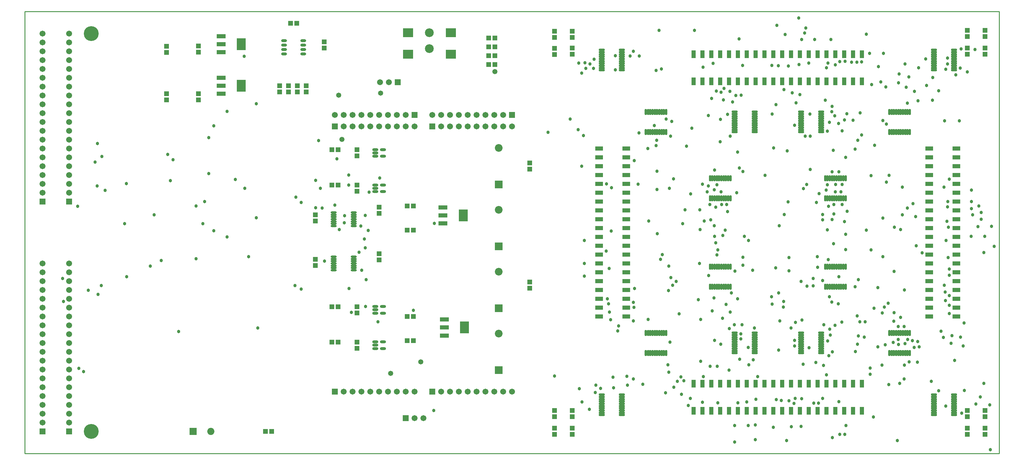
<source format=gts>
G04 Layer_Color=8388736*
%FSLAX25Y25*%
%MOIN*%
G70*
G01*
G75*
%ADD22C,0.01000*%
%ADD38R,0.10249X0.13398*%
%ADD39R,0.10249X0.04737*%
%ADD40O,0.06902X0.03162*%
%ADD41R,0.04737X0.08674*%
%ADD42R,0.08674X0.04737*%
%ADD43O,0.06902X0.02572*%
%ADD44O,0.07099X0.02572*%
%ADD45O,0.02572X0.07099*%
%ADD46R,0.05800X0.05800*%
%ADD47R,0.05800X0.05800*%
%ADD48R,0.11824X0.10249*%
%ADD49O,0.06509X0.03162*%
%ADD50C,0.16800*%
%ADD51C,0.08083*%
%ADD52R,0.08083X0.08083*%
%ADD53R,0.06706X0.06706*%
%ADD54C,0.06706*%
%ADD55R,0.08674X0.08674*%
%ADD56C,0.08674*%
%ADD57R,0.06706X0.06706*%
%ADD58C,0.09900*%
%ADD59C,0.03800*%
%ADD60C,0.05800*%
D22*
X0Y0D02*
Y500000D01*
X1100000D01*
Y0D02*
Y500000D01*
X0Y0D02*
X1100000D01*
D38*
X496417Y142500D02*
D03*
X494917Y269200D02*
D03*
X244417Y416000D02*
D03*
Y463000D02*
D03*
D39*
X473583Y133445D02*
D03*
Y142500D02*
D03*
Y151555D02*
D03*
X472083Y278255D02*
D03*
Y269200D02*
D03*
Y260145D02*
D03*
X221583Y425055D02*
D03*
Y416000D02*
D03*
Y406945D02*
D03*
Y472055D02*
D03*
Y463000D02*
D03*
Y453945D02*
D03*
D40*
X404429Y158760D02*
D03*
Y166240D02*
D03*
X395571Y158760D02*
D03*
Y162500D02*
D03*
Y166240D02*
D03*
Y343740D02*
D03*
Y340000D02*
D03*
Y336260D02*
D03*
X404429Y343740D02*
D03*
Y336260D02*
D03*
Y118760D02*
D03*
Y126240D02*
D03*
X395571Y118760D02*
D03*
Y122500D02*
D03*
Y126240D02*
D03*
Y303740D02*
D03*
Y300000D02*
D03*
Y296260D02*
D03*
X404429Y303740D02*
D03*
Y296260D02*
D03*
D41*
X905000Y451604D02*
D03*
X925000D02*
D03*
X935000D02*
D03*
X945000D02*
D03*
X915000D02*
D03*
X865000D02*
D03*
X895000D02*
D03*
X885000D02*
D03*
X875000D02*
D03*
X855000D02*
D03*
X815000D02*
D03*
X845000D02*
D03*
X835000D02*
D03*
X825000D02*
D03*
X805000D02*
D03*
X765000D02*
D03*
X795000D02*
D03*
X785000D02*
D03*
X775000D02*
D03*
X755000D02*
D03*
Y420896D02*
D03*
X775000D02*
D03*
X785000D02*
D03*
X795000D02*
D03*
X765000D02*
D03*
X805000D02*
D03*
X825000D02*
D03*
X835000D02*
D03*
X845000D02*
D03*
X815000D02*
D03*
X855000D02*
D03*
X875000D02*
D03*
X885000D02*
D03*
X895000D02*
D03*
X865000D02*
D03*
X915000D02*
D03*
X945000D02*
D03*
X935000D02*
D03*
X925000D02*
D03*
X905000D02*
D03*
X795000Y79104D02*
D03*
X775000D02*
D03*
X765000D02*
D03*
X755000D02*
D03*
X785000D02*
D03*
X835000D02*
D03*
X805000D02*
D03*
X815000D02*
D03*
X825000D02*
D03*
X845000D02*
D03*
X885000D02*
D03*
X855000D02*
D03*
X865000D02*
D03*
X875000D02*
D03*
X895000D02*
D03*
X935000D02*
D03*
X905000D02*
D03*
X915000D02*
D03*
X925000D02*
D03*
X945000D02*
D03*
Y48396D02*
D03*
X925000D02*
D03*
X915000D02*
D03*
X905000D02*
D03*
X935000D02*
D03*
X895000D02*
D03*
X875000D02*
D03*
X865000D02*
D03*
X855000D02*
D03*
X885000D02*
D03*
X845000D02*
D03*
X825000D02*
D03*
X815000D02*
D03*
X805000D02*
D03*
X835000D02*
D03*
X785000D02*
D03*
X755000D02*
D03*
X765000D02*
D03*
X775000D02*
D03*
X795000D02*
D03*
D42*
X648396Y305000D02*
D03*
Y325000D02*
D03*
Y335000D02*
D03*
Y345000D02*
D03*
Y315000D02*
D03*
Y265000D02*
D03*
Y295000D02*
D03*
Y285000D02*
D03*
Y275000D02*
D03*
Y255000D02*
D03*
Y215000D02*
D03*
Y245000D02*
D03*
Y235000D02*
D03*
Y225000D02*
D03*
Y205000D02*
D03*
Y165000D02*
D03*
Y195000D02*
D03*
Y185000D02*
D03*
Y175000D02*
D03*
Y155000D02*
D03*
X679104D02*
D03*
Y175000D02*
D03*
Y185000D02*
D03*
Y195000D02*
D03*
Y165000D02*
D03*
Y205000D02*
D03*
Y225000D02*
D03*
Y235000D02*
D03*
Y245000D02*
D03*
Y215000D02*
D03*
Y255000D02*
D03*
Y275000D02*
D03*
Y285000D02*
D03*
Y295000D02*
D03*
Y265000D02*
D03*
Y315000D02*
D03*
Y345000D02*
D03*
Y335000D02*
D03*
Y325000D02*
D03*
Y305000D02*
D03*
X1020896Y195000D02*
D03*
Y175000D02*
D03*
Y165000D02*
D03*
Y155000D02*
D03*
Y185000D02*
D03*
Y235000D02*
D03*
Y205000D02*
D03*
Y215000D02*
D03*
Y225000D02*
D03*
Y245000D02*
D03*
Y285000D02*
D03*
Y255000D02*
D03*
Y265000D02*
D03*
Y275000D02*
D03*
Y295000D02*
D03*
Y335000D02*
D03*
Y305000D02*
D03*
Y315000D02*
D03*
Y325000D02*
D03*
Y345000D02*
D03*
X1051604D02*
D03*
Y325000D02*
D03*
Y315000D02*
D03*
Y305000D02*
D03*
Y335000D02*
D03*
Y295000D02*
D03*
Y275000D02*
D03*
Y265000D02*
D03*
Y255000D02*
D03*
Y285000D02*
D03*
Y245000D02*
D03*
Y225000D02*
D03*
Y215000D02*
D03*
Y205000D02*
D03*
Y235000D02*
D03*
Y185000D02*
D03*
Y155000D02*
D03*
Y165000D02*
D03*
Y175000D02*
D03*
Y195000D02*
D03*
D43*
X348681Y222677D02*
D03*
Y220118D02*
D03*
Y217559D02*
D03*
Y215000D02*
D03*
Y212441D02*
D03*
Y209882D02*
D03*
Y207323D02*
D03*
X371319Y222677D02*
D03*
Y220118D02*
D03*
Y217559D02*
D03*
Y215000D02*
D03*
Y212441D02*
D03*
Y209882D02*
D03*
Y207323D02*
D03*
Y257323D02*
D03*
Y259882D02*
D03*
Y262441D02*
D03*
Y265000D02*
D03*
Y267559D02*
D03*
Y270118D02*
D03*
Y272677D02*
D03*
X348681Y257323D02*
D03*
Y259882D02*
D03*
Y262441D02*
D03*
Y265000D02*
D03*
Y267559D02*
D03*
Y270118D02*
D03*
Y272677D02*
D03*
D44*
X823819Y363484D02*
D03*
Y366043D02*
D03*
Y368602D02*
D03*
Y371161D02*
D03*
Y373720D02*
D03*
Y376280D02*
D03*
Y378839D02*
D03*
Y381398D02*
D03*
Y383957D02*
D03*
Y386516D02*
D03*
X801181Y363484D02*
D03*
Y366043D02*
D03*
Y368602D02*
D03*
Y371161D02*
D03*
Y373720D02*
D03*
Y376280D02*
D03*
Y378839D02*
D03*
Y381398D02*
D03*
Y383957D02*
D03*
Y386516D02*
D03*
X876181D02*
D03*
Y383957D02*
D03*
Y381398D02*
D03*
Y378839D02*
D03*
Y376280D02*
D03*
Y373720D02*
D03*
Y371161D02*
D03*
Y368602D02*
D03*
Y366043D02*
D03*
Y363484D02*
D03*
X898819Y386516D02*
D03*
Y383957D02*
D03*
Y381398D02*
D03*
Y378839D02*
D03*
Y376280D02*
D03*
Y373720D02*
D03*
Y371161D02*
D03*
Y368602D02*
D03*
Y366043D02*
D03*
Y363484D02*
D03*
X801181Y136516D02*
D03*
Y133957D02*
D03*
Y131398D02*
D03*
Y128839D02*
D03*
Y126280D02*
D03*
Y123720D02*
D03*
Y121161D02*
D03*
Y118602D02*
D03*
Y116043D02*
D03*
Y113484D02*
D03*
X823819Y136516D02*
D03*
Y133957D02*
D03*
Y131398D02*
D03*
Y128839D02*
D03*
Y126280D02*
D03*
Y123720D02*
D03*
Y121161D02*
D03*
Y118602D02*
D03*
Y116043D02*
D03*
Y113484D02*
D03*
X898819D02*
D03*
Y116043D02*
D03*
Y118602D02*
D03*
Y121161D02*
D03*
Y123720D02*
D03*
Y126280D02*
D03*
Y128839D02*
D03*
Y131398D02*
D03*
Y133957D02*
D03*
Y136516D02*
D03*
X876181Y113484D02*
D03*
Y116043D02*
D03*
Y118602D02*
D03*
Y121161D02*
D03*
Y123720D02*
D03*
Y126280D02*
D03*
Y128839D02*
D03*
Y131398D02*
D03*
Y133957D02*
D03*
Y136516D02*
D03*
X651181Y66516D02*
D03*
Y63957D02*
D03*
Y61398D02*
D03*
Y58839D02*
D03*
Y56280D02*
D03*
Y53720D02*
D03*
Y51161D02*
D03*
Y48602D02*
D03*
Y46043D02*
D03*
Y43484D02*
D03*
X673819Y66516D02*
D03*
Y63957D02*
D03*
Y61398D02*
D03*
Y58839D02*
D03*
Y56280D02*
D03*
Y53720D02*
D03*
Y51161D02*
D03*
Y48602D02*
D03*
Y46043D02*
D03*
Y43484D02*
D03*
X1048819D02*
D03*
Y46043D02*
D03*
Y48602D02*
D03*
Y51161D02*
D03*
Y53720D02*
D03*
Y56280D02*
D03*
Y58839D02*
D03*
Y61398D02*
D03*
Y63957D02*
D03*
Y66516D02*
D03*
X1026181Y43484D02*
D03*
Y46043D02*
D03*
Y48602D02*
D03*
Y51161D02*
D03*
Y53720D02*
D03*
Y56280D02*
D03*
Y58839D02*
D03*
Y61398D02*
D03*
Y63957D02*
D03*
Y66516D02*
D03*
X1048819Y433484D02*
D03*
Y436043D02*
D03*
Y438602D02*
D03*
Y441161D02*
D03*
Y443720D02*
D03*
Y446280D02*
D03*
Y448839D02*
D03*
Y451398D02*
D03*
Y453957D02*
D03*
Y456516D02*
D03*
X1026181Y433484D02*
D03*
Y436043D02*
D03*
Y438602D02*
D03*
Y441161D02*
D03*
Y443720D02*
D03*
Y446280D02*
D03*
Y448839D02*
D03*
Y451398D02*
D03*
Y453957D02*
D03*
Y456516D02*
D03*
X651181D02*
D03*
Y453957D02*
D03*
Y451398D02*
D03*
Y448839D02*
D03*
Y446280D02*
D03*
Y443720D02*
D03*
Y441161D02*
D03*
Y438602D02*
D03*
Y436043D02*
D03*
Y433484D02*
D03*
X673819Y456516D02*
D03*
Y453957D02*
D03*
Y451398D02*
D03*
Y448839D02*
D03*
Y446280D02*
D03*
Y443720D02*
D03*
Y441161D02*
D03*
Y438602D02*
D03*
Y436043D02*
D03*
Y433484D02*
D03*
D45*
X773484Y188681D02*
D03*
X776043D02*
D03*
X778602D02*
D03*
X781161D02*
D03*
X783720D02*
D03*
X786280D02*
D03*
X788839D02*
D03*
X791398D02*
D03*
X793957D02*
D03*
X796516D02*
D03*
X773484Y211319D02*
D03*
X776043D02*
D03*
X778602D02*
D03*
X781161D02*
D03*
X783720D02*
D03*
X786280D02*
D03*
X788839D02*
D03*
X791398D02*
D03*
X793957D02*
D03*
X796516D02*
D03*
X903484Y288681D02*
D03*
X906043D02*
D03*
X908602D02*
D03*
X911161D02*
D03*
X913720D02*
D03*
X916280D02*
D03*
X918839D02*
D03*
X921398D02*
D03*
X923957D02*
D03*
X926516D02*
D03*
X903484Y311319D02*
D03*
X906043D02*
D03*
X908602D02*
D03*
X911161D02*
D03*
X913720D02*
D03*
X916280D02*
D03*
X918839D02*
D03*
X921398D02*
D03*
X923957D02*
D03*
X926516D02*
D03*
X796516D02*
D03*
X793957D02*
D03*
X791398D02*
D03*
X788839D02*
D03*
X786280D02*
D03*
X783720D02*
D03*
X781161D02*
D03*
X778602D02*
D03*
X776043D02*
D03*
X773484D02*
D03*
X796516Y288681D02*
D03*
X793957D02*
D03*
X791398D02*
D03*
X788839D02*
D03*
X786280D02*
D03*
X783720D02*
D03*
X781161D02*
D03*
X778602D02*
D03*
X776043D02*
D03*
X773484D02*
D03*
X926516Y211319D02*
D03*
X923957D02*
D03*
X921398D02*
D03*
X918839D02*
D03*
X916280D02*
D03*
X913720D02*
D03*
X911161D02*
D03*
X908602D02*
D03*
X906043D02*
D03*
X903484D02*
D03*
X926516Y188681D02*
D03*
X923957D02*
D03*
X921398D02*
D03*
X918839D02*
D03*
X916280D02*
D03*
X913720D02*
D03*
X911161D02*
D03*
X908602D02*
D03*
X906043D02*
D03*
X903484D02*
D03*
X724016Y386319D02*
D03*
X721457D02*
D03*
X718898D02*
D03*
X716339D02*
D03*
X713780D02*
D03*
X711220D02*
D03*
X708661D02*
D03*
X706102D02*
D03*
X703543D02*
D03*
X700984D02*
D03*
X724016Y363681D02*
D03*
X721457D02*
D03*
X718898D02*
D03*
X716339D02*
D03*
X713780D02*
D03*
X711220D02*
D03*
X708661D02*
D03*
X706102D02*
D03*
X703543D02*
D03*
X700984D02*
D03*
Y113681D02*
D03*
X703543D02*
D03*
X706102D02*
D03*
X708661D02*
D03*
X711220D02*
D03*
X713780D02*
D03*
X716339D02*
D03*
X718898D02*
D03*
X721457D02*
D03*
X724016D02*
D03*
X700984Y136319D02*
D03*
X703543D02*
D03*
X706102D02*
D03*
X708661D02*
D03*
X711220D02*
D03*
X713780D02*
D03*
X716339D02*
D03*
X718898D02*
D03*
X721457D02*
D03*
X724016D02*
D03*
X975984Y113681D02*
D03*
X978543D02*
D03*
X981102D02*
D03*
X983661D02*
D03*
X986220D02*
D03*
X988780D02*
D03*
X991339D02*
D03*
X993898D02*
D03*
X996457D02*
D03*
X999016D02*
D03*
X975984Y136319D02*
D03*
X978543D02*
D03*
X981102D02*
D03*
X983661D02*
D03*
X986220D02*
D03*
X988780D02*
D03*
X991339D02*
D03*
X993898D02*
D03*
X996457D02*
D03*
X999016D02*
D03*
Y386319D02*
D03*
X996457D02*
D03*
X993898D02*
D03*
X991339D02*
D03*
X988780D02*
D03*
X986220D02*
D03*
X983661D02*
D03*
X981102D02*
D03*
X978543D02*
D03*
X975984D02*
D03*
X999016Y363681D02*
D03*
X996457D02*
D03*
X993898D02*
D03*
X991339D02*
D03*
X988780D02*
D03*
X986220D02*
D03*
X983661D02*
D03*
X981102D02*
D03*
X978543D02*
D03*
X975984D02*
D03*
D46*
X278500Y25000D02*
D03*
X271500D02*
D03*
X523500Y470000D02*
D03*
X530500D02*
D03*
Y440000D02*
D03*
X523500D02*
D03*
X346500Y166100D02*
D03*
X353500D02*
D03*
Y343700D02*
D03*
X346500D02*
D03*
Y126000D02*
D03*
X353500D02*
D03*
Y303700D02*
D03*
X346500D02*
D03*
X523500Y460000D02*
D03*
X530500D02*
D03*
Y450000D02*
D03*
X523500D02*
D03*
X438500Y155000D02*
D03*
X431500D02*
D03*
Y280000D02*
D03*
X438500D02*
D03*
Y127500D02*
D03*
X431500D02*
D03*
Y252500D02*
D03*
X438500D02*
D03*
X300000Y486500D02*
D03*
X307000D02*
D03*
D47*
X317500Y416000D02*
D03*
Y409000D02*
D03*
X287500D02*
D03*
Y416000D02*
D03*
X570000Y186900D02*
D03*
Y193900D02*
D03*
Y328500D02*
D03*
Y321500D02*
D03*
X375000Y166100D02*
D03*
Y159100D02*
D03*
Y336700D02*
D03*
Y343700D02*
D03*
X297500Y416000D02*
D03*
Y409000D02*
D03*
X307500D02*
D03*
Y416000D02*
D03*
X400000Y226000D02*
D03*
Y219000D02*
D03*
Y271500D02*
D03*
Y278500D02*
D03*
X375000Y126000D02*
D03*
Y119000D02*
D03*
Y296700D02*
D03*
Y303700D02*
D03*
X1084000Y471500D02*
D03*
Y478500D02*
D03*
X598000Y458398D02*
D03*
Y451398D02*
D03*
X618000Y41500D02*
D03*
Y48500D02*
D03*
X1084000Y28500D02*
D03*
Y21500D02*
D03*
Y41500D02*
D03*
Y48500D02*
D03*
X328000Y212500D02*
D03*
Y219500D02*
D03*
X160000Y400000D02*
D03*
Y407000D02*
D03*
X196000Y400000D02*
D03*
Y407000D02*
D03*
Y461000D02*
D03*
Y454000D02*
D03*
X160000Y460500D02*
D03*
Y453500D02*
D03*
X328000Y263000D02*
D03*
Y270000D02*
D03*
X338000Y458500D02*
D03*
Y465500D02*
D03*
X598000Y477500D02*
D03*
Y470500D02*
D03*
X1064000Y28500D02*
D03*
Y21500D02*
D03*
X598000Y48500D02*
D03*
Y41500D02*
D03*
X1064000Y48500D02*
D03*
Y41500D02*
D03*
Y471500D02*
D03*
Y478500D02*
D03*
X1084000Y458500D02*
D03*
Y451500D02*
D03*
X1064000Y458500D02*
D03*
Y451500D02*
D03*
X618000D02*
D03*
Y458500D02*
D03*
Y477500D02*
D03*
Y470500D02*
D03*
Y21500D02*
D03*
Y28500D02*
D03*
X598000D02*
D03*
Y21500D02*
D03*
D48*
X481000Y451500D02*
D03*
Y476000D02*
D03*
X432500Y451500D02*
D03*
Y476000D02*
D03*
D49*
X292772Y467000D02*
D03*
Y462000D02*
D03*
Y457000D02*
D03*
Y452000D02*
D03*
X314228Y467000D02*
D03*
Y462000D02*
D03*
Y457000D02*
D03*
Y452000D02*
D03*
D50*
X75000Y25000D02*
D03*
Y475000D02*
D03*
D51*
X210000Y25000D02*
D03*
D52*
X190000D02*
D03*
D53*
X350000Y70000D02*
D03*
X460000D02*
D03*
X350000Y370000D02*
D03*
X460000D02*
D03*
X421000Y420000D02*
D03*
X430000Y40000D02*
D03*
X440000Y383000D02*
D03*
X550000D02*
D03*
D54*
X360000Y70000D02*
D03*
X380000D02*
D03*
X390000D02*
D03*
X400000D02*
D03*
X410000D02*
D03*
X420000D02*
D03*
X430000D02*
D03*
X440000D02*
D03*
X370000D02*
D03*
X470000D02*
D03*
X490000D02*
D03*
X500000D02*
D03*
X510000D02*
D03*
X520000D02*
D03*
X530000D02*
D03*
X540000D02*
D03*
X550000D02*
D03*
X480000D02*
D03*
X360000Y370000D02*
D03*
X380000D02*
D03*
X390000D02*
D03*
X400000D02*
D03*
X410000D02*
D03*
X420000D02*
D03*
X430000D02*
D03*
X440000D02*
D03*
X370000D02*
D03*
X470000D02*
D03*
X490000D02*
D03*
X500000D02*
D03*
X510000D02*
D03*
X520000D02*
D03*
X530000D02*
D03*
X540000D02*
D03*
X550000D02*
D03*
X480000D02*
D03*
X401000Y420000D02*
D03*
X411000D02*
D03*
X20000Y475000D02*
D03*
Y465000D02*
D03*
Y455000D02*
D03*
Y445000D02*
D03*
Y435000D02*
D03*
Y425000D02*
D03*
Y415000D02*
D03*
Y405000D02*
D03*
Y395000D02*
D03*
Y385000D02*
D03*
Y375000D02*
D03*
Y365000D02*
D03*
Y355000D02*
D03*
Y345000D02*
D03*
Y335000D02*
D03*
Y325000D02*
D03*
Y315000D02*
D03*
Y305000D02*
D03*
Y295000D02*
D03*
X50000Y475000D02*
D03*
Y465000D02*
D03*
Y455000D02*
D03*
Y445000D02*
D03*
Y435000D02*
D03*
Y425000D02*
D03*
Y415000D02*
D03*
Y405000D02*
D03*
Y395000D02*
D03*
Y385000D02*
D03*
Y375000D02*
D03*
Y365000D02*
D03*
Y355000D02*
D03*
Y345000D02*
D03*
Y335000D02*
D03*
Y325000D02*
D03*
Y315000D02*
D03*
Y305000D02*
D03*
Y295000D02*
D03*
Y215000D02*
D03*
Y205000D02*
D03*
Y195000D02*
D03*
Y185000D02*
D03*
Y175000D02*
D03*
Y165000D02*
D03*
Y155000D02*
D03*
Y145000D02*
D03*
Y135000D02*
D03*
Y125000D02*
D03*
Y115000D02*
D03*
Y105000D02*
D03*
Y95000D02*
D03*
Y85000D02*
D03*
Y75000D02*
D03*
Y65000D02*
D03*
Y55000D02*
D03*
Y45000D02*
D03*
Y35000D02*
D03*
X20000Y215000D02*
D03*
Y205000D02*
D03*
Y195000D02*
D03*
Y185000D02*
D03*
Y175000D02*
D03*
Y165000D02*
D03*
Y155000D02*
D03*
Y145000D02*
D03*
Y135000D02*
D03*
Y125000D02*
D03*
Y115000D02*
D03*
Y105000D02*
D03*
Y95000D02*
D03*
Y85000D02*
D03*
Y75000D02*
D03*
Y65000D02*
D03*
Y55000D02*
D03*
Y45000D02*
D03*
Y35000D02*
D03*
X450000Y40000D02*
D03*
X440000D02*
D03*
X430000Y383000D02*
D03*
X410000D02*
D03*
X400000D02*
D03*
X390000D02*
D03*
X380000D02*
D03*
X370000D02*
D03*
X360000D02*
D03*
X350000D02*
D03*
X420000D02*
D03*
X540000D02*
D03*
X520000D02*
D03*
X510000D02*
D03*
X500000D02*
D03*
X490000D02*
D03*
X480000D02*
D03*
X470000D02*
D03*
X460000D02*
D03*
X530000D02*
D03*
D55*
X535000Y164409D02*
D03*
Y304409D02*
D03*
Y94409D02*
D03*
Y234409D02*
D03*
D56*
Y205591D02*
D03*
Y345591D02*
D03*
Y135591D02*
D03*
Y275591D02*
D03*
D57*
X20000Y285000D02*
D03*
X50000D02*
D03*
Y25000D02*
D03*
X20000D02*
D03*
D58*
X456783Y475815D02*
D03*
Y458098D02*
D03*
D59*
X380400Y207323D02*
D03*
X384400Y232700D02*
D03*
X379300Y257323D02*
D03*
X335500Y277600D02*
D03*
X328300Y277900D02*
D03*
X360800Y261100D02*
D03*
X361026Y269100D02*
D03*
X1012900Y226900D02*
D03*
X900700Y270400D02*
D03*
X1043800Y310200D02*
D03*
X904800Y298000D02*
D03*
X913400Y281500D02*
D03*
X1041500Y279000D02*
D03*
X907400Y279700D02*
D03*
X1042600Y256000D02*
D03*
X922700Y281500D02*
D03*
X996300Y277500D02*
D03*
X1005800Y268000D02*
D03*
X1041100Y262700D02*
D03*
X921200Y295900D02*
D03*
X1002700Y282700D02*
D03*
X1039900Y241100D02*
D03*
X928300Y273816D02*
D03*
X1043700Y208500D02*
D03*
X981300Y206100D02*
D03*
X1037000Y131400D02*
D03*
X1002100Y127800D02*
D03*
X1046500Y133400D02*
D03*
X1003900Y120100D02*
D03*
X729400Y198900D02*
D03*
X772100Y201300D02*
D03*
X662100Y251600D02*
D03*
X790700Y252700D02*
D03*
X714000Y248500D02*
D03*
X788100Y246800D02*
D03*
X704300Y263000D02*
D03*
X767000D02*
D03*
X628900Y58300D02*
D03*
X637300Y49900D02*
D03*
X877400Y151000D02*
D03*
X778700Y128100D02*
D03*
X795000Y94300D02*
D03*
X869000Y121600D02*
D03*
X868300Y56600D02*
D03*
X805000Y57400D02*
D03*
X908300Y177200D02*
D03*
X843000D02*
D03*
X843500Y168900D02*
D03*
X911100Y171371D02*
D03*
X862600Y221700D02*
D03*
X894500Y222600D02*
D03*
X877100Y61900D02*
D03*
X918200Y169300D02*
D03*
X862600Y206600D02*
D03*
X895100Y210600D02*
D03*
X781300Y303900D02*
D03*
X762100Y275600D02*
D03*
X763000Y151500D02*
D03*
Y104200D02*
D03*
X908459Y374700D02*
D03*
X911300Y392600D02*
D03*
X903700Y399800D02*
D03*
X875000Y406000D02*
D03*
X716066Y478600D02*
D03*
X755900D02*
D03*
X873500Y492600D02*
D03*
X1056000Y436043D02*
D03*
X905000Y436300D02*
D03*
X1041600Y440700D02*
D03*
X915000Y439700D02*
D03*
X1041700Y447300D02*
D03*
X953500Y452800D02*
D03*
X1057100Y457500D02*
D03*
X398700Y149100D02*
D03*
X388500Y295500D02*
D03*
X387500Y252200D02*
D03*
X368500Y159600D02*
D03*
X384540Y166200D02*
D03*
X365900Y186500D02*
D03*
X365500Y303700D02*
D03*
Y315000D02*
D03*
X1060545Y71345D02*
D03*
X1042300Y221800D02*
D03*
X1039500Y53720D02*
D03*
X1091400Y257000D02*
D03*
X1079750Y265000D02*
D03*
X1068700Y276900D02*
D03*
X1068500Y298000D02*
D03*
X994811Y414200D02*
D03*
X1024700Y399500D02*
D03*
X1055100Y376400D02*
D03*
X915200Y304200D02*
D03*
X1082500Y227400D02*
D03*
Y79400D02*
D03*
X981102Y149500D02*
D03*
X998400Y103600D02*
D03*
X985000Y14700D02*
D03*
X860000D02*
D03*
X845000Y29700D02*
D03*
X865400Y30400D02*
D03*
X992800Y84400D02*
D03*
X986000Y143500D02*
D03*
X992700D02*
D03*
X919000Y58700D02*
D03*
X1008100Y126800D02*
D03*
X796400Y160100D02*
D03*
X732549Y75000D02*
D03*
X751400Y62300D02*
D03*
X697600Y78300D02*
D03*
X664700Y74200D02*
D03*
X659700Y209400D02*
D03*
X727500Y299900D02*
D03*
X656800Y305000D02*
D03*
X909400Y134000D02*
D03*
X760300Y174000D02*
D03*
X745400Y275600D02*
D03*
X914600Y145000D02*
D03*
X726600Y184400D02*
D03*
X688100Y331300D02*
D03*
X860500Y342377D02*
D03*
X906000Y253000D02*
D03*
X926516Y230500D02*
D03*
X812200Y245700D02*
D03*
X810584Y221900D02*
D03*
X816600Y120035D02*
D03*
X817300Y100200D02*
D03*
X778400Y298200D02*
D03*
X940200Y354317D02*
D03*
X939300Y442700D02*
D03*
X862000Y438200D02*
D03*
X847900Y394700D02*
D03*
X857000Y411500D02*
D03*
X881700Y481400D02*
D03*
X858300Y474000D02*
D03*
X880300Y475700D02*
D03*
X628800Y430400D02*
D03*
X642000Y435600D02*
D03*
X638000Y440600D02*
D03*
X642500Y446100D02*
D03*
X632200Y442000D02*
D03*
X786100Y408500D02*
D03*
X785200Y378022D02*
D03*
X788700Y400000D02*
D03*
X793400Y383726D02*
D03*
X802500Y405133D02*
D03*
X1018030Y416400D02*
D03*
X998000Y426000D02*
D03*
X1008900Y436200D02*
D03*
X963639Y437800D02*
D03*
X993700Y440700D02*
D03*
X331600Y354100D02*
D03*
X352400Y333300D02*
D03*
X643900Y69100D02*
D03*
X659900Y160100D02*
D03*
X753000Y368000D02*
D03*
X1049500Y105400D02*
D03*
X1068300Y245700D02*
D03*
X730316Y375600D02*
D03*
X972800Y307000D02*
D03*
X896600Y293900D02*
D03*
X969400Y452800D02*
D03*
X748900Y54300D02*
D03*
X1031500Y71000D02*
D03*
X1057500Y45500D02*
D03*
X461500Y48500D02*
D03*
X785000Y352500D02*
D03*
X712600Y433300D02*
D03*
X724016Y378300D02*
D03*
X615700D02*
D03*
X1072600Y457100D02*
D03*
X1051100Y428200D02*
D03*
X590700Y363200D02*
D03*
X693400Y362700D02*
D03*
X900600Y264400D02*
D03*
X857300Y270400D02*
D03*
X807000Y106600D02*
D03*
X687000Y171000D02*
D03*
X747000Y347700D02*
D03*
X774400Y264400D02*
D03*
X624800Y366300D02*
D03*
X947700Y131700D02*
D03*
X980400Y125800D02*
D03*
X996457Y396400D02*
D03*
X870800Y396500D02*
D03*
X925350Y262350D02*
D03*
X926600Y248000D02*
D03*
X776100Y161400D02*
D03*
X996700Y129100D02*
D03*
X1056400Y131600D02*
D03*
X728400Y125900D02*
D03*
X687500Y165300D02*
D03*
X1039300Y173000D02*
D03*
X1070016Y269900D02*
D03*
X1059200Y121500D02*
D03*
X987800Y79200D02*
D03*
X777000Y441200D02*
D03*
X968700Y222600D02*
D03*
X968600Y376716D02*
D03*
X886500Y321300D02*
D03*
Y358900D02*
D03*
X893700Y283900D02*
D03*
X906100Y304100D02*
D03*
X630600Y359700D02*
D03*
X728900Y358900D02*
D03*
X902000Y145500D02*
D03*
X823800Y142004D02*
D03*
X809700Y145500D02*
D03*
X981400Y159300D02*
D03*
X1060400Y147800D02*
D03*
X972100Y414500D02*
D03*
X1025000Y425300D02*
D03*
X247700Y449200D02*
D03*
X193300Y220400D02*
D03*
X112500Y260000D02*
D03*
X154100Y218400D02*
D03*
X338341Y217559D02*
D03*
X771700Y382300D02*
D03*
X688200Y186600D02*
D03*
X937300Y188600D02*
D03*
X942800Y149000D02*
D03*
X948700D02*
D03*
X81500Y302800D02*
D03*
X213200Y370700D02*
D03*
Y252000D02*
D03*
X228200Y387000D02*
D03*
Y245000D02*
D03*
X201100Y260000D02*
D03*
X66400Y92800D02*
D03*
X377400Y227700D02*
D03*
X384200Y269200D02*
D03*
X333800Y300000D02*
D03*
X146100Y270000D02*
D03*
X42700Y198000D02*
D03*
X350063Y280937D02*
D03*
X252800Y222800D02*
D03*
X354900Y253300D02*
D03*
X915000Y296000D02*
D03*
X1042100Y285000D02*
D03*
X1038100Y190200D02*
D03*
X968100Y159100D02*
D03*
X1038900Y182700D02*
D03*
X974600Y170100D02*
D03*
X1043700Y201600D02*
D03*
X986220Y123352D02*
D03*
X993800Y124300D02*
D03*
X1034300Y138200D02*
D03*
X970400Y165700D02*
D03*
X1043700Y178800D02*
D03*
X770400Y295900D02*
D03*
X662400Y300500D02*
D03*
X719600Y224900D02*
D03*
X782200Y230300D02*
D03*
X781300Y224700D02*
D03*
X717800Y219700D02*
D03*
X656300Y228900D02*
D03*
X644731Y77146D02*
D03*
X766100Y87100D02*
D03*
X869000Y128100D02*
D03*
X885300Y119700D02*
D03*
X782200Y57200D02*
D03*
X869931Y148300D02*
D03*
X781500Y98500D02*
D03*
X869600Y62400D02*
D03*
X815000Y58400D02*
D03*
X878800Y101000D02*
D03*
X827300Y87100D02*
D03*
X882900Y189400D02*
D03*
X918839Y200000D02*
D03*
X893000Y103100D02*
D03*
X922200Y148600D02*
D03*
X905000Y89100D02*
D03*
X939644Y155600D02*
D03*
X907600Y110600D02*
D03*
X808400Y135200D02*
D03*
X911500Y115100D02*
D03*
X808400Y129700D02*
D03*
X785800Y123720D02*
D03*
X856700Y171900D02*
D03*
X804800Y175000D02*
D03*
X773700Y98500D02*
D03*
X778602Y320600D02*
D03*
X806600Y323000D02*
D03*
X810600Y319000D02*
D03*
X835500Y314700D02*
D03*
X825200Y61400D02*
D03*
X765000Y58000D02*
D03*
X692400Y304600D02*
D03*
X764900D02*
D03*
X905900Y364800D02*
D03*
X943000Y385300D02*
D03*
X935000Y377100D02*
D03*
X922800Y364900D02*
D03*
X928000Y384400D02*
D03*
X918761Y373161D02*
D03*
X914418Y382000D02*
D03*
X886300Y384000D02*
D03*
X666700Y434100D02*
D03*
X718600Y434900D02*
D03*
X806300Y468900D02*
D03*
X850500Y438800D02*
D03*
X843200Y439000D02*
D03*
X693700Y449800D02*
D03*
X666600Y450000D02*
D03*
X848900Y484400D02*
D03*
X686960Y454839D02*
D03*
X810400Y438900D02*
D03*
X885000Y441800D02*
D03*
X1039700Y434600D02*
D03*
X400600Y311700D02*
D03*
X462300Y260145D02*
D03*
X438500Y162000D02*
D03*
X385400Y196700D02*
D03*
X890600Y56900D02*
D03*
X900600Y62400D02*
D03*
X383200Y242500D02*
D03*
X1094400Y234400D02*
D03*
X1068500Y285000D02*
D03*
X986220Y419320D02*
D03*
X1038200Y376400D02*
D03*
X911700Y18000D02*
D03*
X919900Y21800D02*
D03*
X937500Y115400D02*
D03*
X963100Y187600D02*
D03*
X955200Y230300D02*
D03*
Y314200D02*
D03*
X911400Y318500D02*
D03*
X1078691Y63900D02*
D03*
X1076100Y256700D02*
D03*
X922600Y304200D02*
D03*
X918839Y318500D02*
D03*
X975600Y314600D02*
D03*
X988700Y253400D02*
D03*
X1079800Y272800D02*
D03*
X1090000Y4400D02*
D03*
X801300Y13100D02*
D03*
Y31600D02*
D03*
X824600Y32300D02*
D03*
Y15700D02*
D03*
X950100Y252700D02*
D03*
X940900Y196800D02*
D03*
X889900Y189500D02*
D03*
X816800Y31800D02*
D03*
X971200Y122900D02*
D03*
X967600Y100100D02*
D03*
X927000Y31600D02*
D03*
X876400Y30477D02*
D03*
X993000Y99900D02*
D03*
X986000Y129100D02*
D03*
X988800Y154100D02*
D03*
X940100Y123602D02*
D03*
X896100Y57000D02*
D03*
X797700Y181500D02*
D03*
X800900Y145600D02*
D03*
X801500Y206200D02*
D03*
X847600Y210000D02*
D03*
X854000Y59900D02*
D03*
X862600Y59800D02*
D03*
X856400Y165700D02*
D03*
X791700Y168700D02*
D03*
X848300Y60900D02*
D03*
X852200Y150000D02*
D03*
X787700Y152900D02*
D03*
X851100Y117000D02*
D03*
Y181700D02*
D03*
X777900Y175900D02*
D03*
X795300Y141400D02*
D03*
X744000Y82400D02*
D03*
X740500Y86700D02*
D03*
X736500Y81600D02*
D03*
X741300Y66949D02*
D03*
X723300Y68800D02*
D03*
X680300Y77200D02*
D03*
X679500Y87200D02*
D03*
X663900Y86200D02*
D03*
X631700Y200700D02*
D03*
X779900Y238400D02*
D03*
X778800Y245800D02*
D03*
X762400Y253177D02*
D03*
X713300Y354200D02*
D03*
X712500Y348300D02*
D03*
X751600Y293800D02*
D03*
X906200Y127398D02*
D03*
X865100Y142100D02*
D03*
X804500Y340900D02*
D03*
X845200Y345800D02*
D03*
X889900Y198000D02*
D03*
X761500Y215000D02*
D03*
X703400Y345000D02*
D03*
X900700Y195800D02*
D03*
X731400Y190400D02*
D03*
X713800Y319400D02*
D03*
X628600Y325000D02*
D03*
X626100Y73300D02*
D03*
X901600Y99700D02*
D03*
X732200Y310700D02*
D03*
X735300Y194800D02*
D03*
X876300D02*
D03*
X907000Y219400D02*
D03*
X727000Y212100D02*
D03*
X713700Y298500D02*
D03*
X861500Y284600D02*
D03*
X913250Y270850D02*
D03*
X911330Y264570D02*
D03*
X913098Y237400D02*
D03*
X631700Y215000D02*
D03*
Y241100D02*
D03*
X816931D02*
D03*
X810600Y213000D02*
D03*
X821531Y207300D02*
D03*
X822200Y106000D02*
D03*
X944800Y443000D02*
D03*
X944650Y360300D02*
D03*
X771800Y302700D02*
D03*
X925900Y443600D02*
D03*
X959400Y348759D02*
D03*
X792300Y281600D02*
D03*
X786700Y281500D02*
D03*
X926800Y335000D02*
D03*
X920000Y443195D02*
D03*
X933300Y442700D02*
D03*
X937300Y344300D02*
D03*
X785900Y295900D02*
D03*
X891700Y468300D02*
D03*
X882800Y304300D02*
D03*
X793300Y273700D02*
D03*
X780000Y278600D02*
D03*
X878900Y299800D02*
D03*
X876900Y468300D02*
D03*
X956000Y417208D02*
D03*
X912500Y343000D02*
D03*
X773200Y281500D02*
D03*
X910100Y468300D02*
D03*
X925300Y377400D02*
D03*
X869000Y371200D02*
D03*
X874000Y440100D02*
D03*
X625300Y441600D02*
D03*
X633200Y435700D02*
D03*
X683300Y449500D02*
D03*
X780600Y409831D02*
D03*
X789400Y413000D02*
D03*
X796100Y409800D02*
D03*
X1004400Y409600D02*
D03*
X966200Y420200D02*
D03*
X906500Y441800D02*
D03*
X950100Y474400D02*
D03*
X1017000Y446280D02*
D03*
X173500Y138000D02*
D03*
X940900Y133000D02*
D03*
X954300Y96500D02*
D03*
Y89700D02*
D03*
X1023400Y81700D02*
D03*
X963000Y120800D02*
D03*
X650100Y73600D02*
D03*
X598000Y87800D02*
D03*
X851800Y257700D02*
D03*
X778400D02*
D03*
X911000Y386700D02*
D03*
X843556Y383957D02*
D03*
X1064000Y431700D02*
D03*
X987085Y429400D02*
D03*
X703800Y151700D02*
D03*
X687000Y149900D02*
D03*
X738700Y158000D02*
D03*
X742500Y260100D02*
D03*
X1009700Y120500D02*
D03*
X1007600Y103400D02*
D03*
X866200Y408000D02*
D03*
X798900Y397800D02*
D03*
X710700Y370900D02*
D03*
X1031700Y410300D02*
D03*
X1008300Y398900D02*
D03*
X1076950Y280000D02*
D03*
X1089200Y55000D02*
D03*
X925700Y21700D02*
D03*
X657700Y175000D02*
D03*
X765500Y437100D02*
D03*
X958000Y41400D02*
D03*
X1073700Y56000D02*
D03*
X1083500Y245700D02*
D03*
X981600Y256100D02*
D03*
X1037500Y301300D02*
D03*
X990600D02*
D03*
Y270000D02*
D03*
X968700Y266300D02*
D03*
X992900Y185000D02*
D03*
X659000Y169269D02*
D03*
X808500Y405300D02*
D03*
X1006200Y235000D02*
D03*
X975200Y77900D02*
D03*
X1045600Y124600D02*
D03*
X1043700Y167800D02*
D03*
X880900Y358900D02*
D03*
X796400D02*
D03*
X726016Y100382D02*
D03*
X908700Y140500D02*
D03*
X958798Y164300D02*
D03*
X803500Y295000D02*
D03*
X972600Y372716D02*
D03*
X686900Y84300D02*
D03*
X727100Y91975D02*
D03*
X1043700Y158400D02*
D03*
X775300Y401500D02*
D03*
X141600Y212000D02*
D03*
X82100Y350500D02*
D03*
X87000Y335900D02*
D03*
X79200Y329700D02*
D03*
X207600Y357200D02*
D03*
X167200Y332200D02*
D03*
X207800Y316800D02*
D03*
X161400Y338200D02*
D03*
X261400Y266700D02*
D03*
Y395800D02*
D03*
X312100Y186100D02*
D03*
X304900Y190000D02*
D03*
X262900Y142100D02*
D03*
X61100Y96300D02*
D03*
X59600Y279500D02*
D03*
X114700Y305200D02*
D03*
X164300Y308800D02*
D03*
X193200Y280000D02*
D03*
X306000Y290000D02*
D03*
X312100Y284100D02*
D03*
X237800Y310000D02*
D03*
X328200Y309000D02*
D03*
X203000Y285000D02*
D03*
X115000Y200000D02*
D03*
X248200Y300000D02*
D03*
X90800Y297800D02*
D03*
X86200Y190000D02*
D03*
X71647Y184700D02*
D03*
X43700Y172000D02*
D03*
X82553Y180000D02*
D03*
X669200Y138500D02*
D03*
X661300Y151200D02*
D03*
X670300Y144300D02*
D03*
D60*
X401600Y407800D02*
D03*
X354300Y405300D02*
D03*
X357900Y355400D02*
D03*
X447100Y103500D02*
D03*
X413000Y90800D02*
D03*
X530500Y432000D02*
D03*
M02*

</source>
